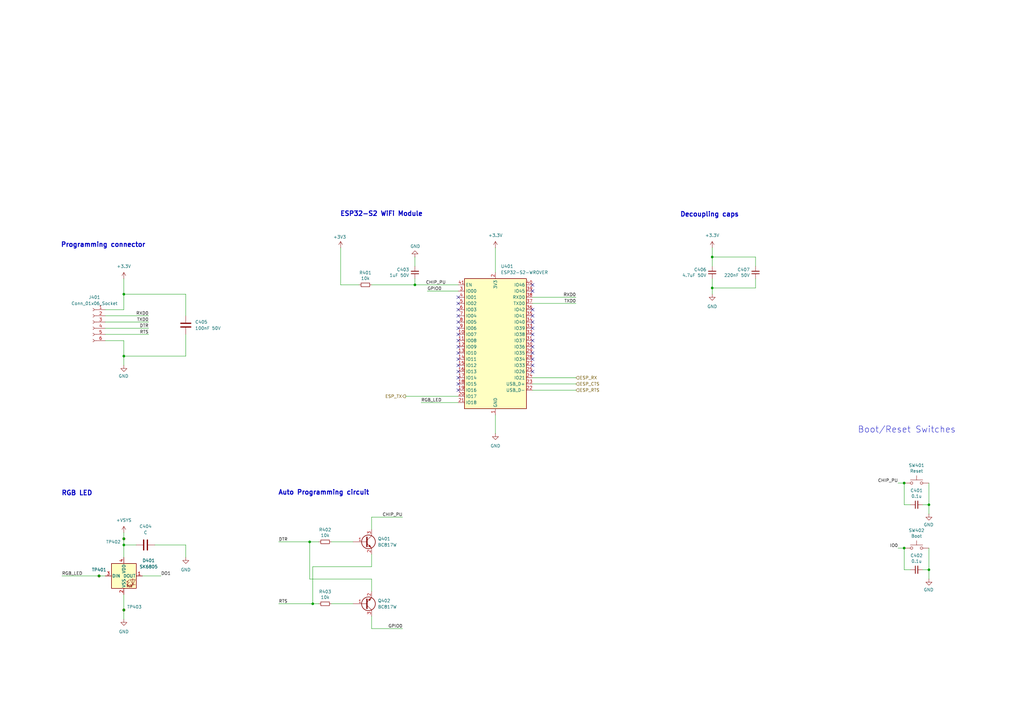
<source format=kicad_sch>
(kicad_sch (version 20231120) (generator "eeschema") (generator_version "8.0")
  (paper "A3")
  (lib_symbols
    (symbol "Connector:Conn_01x06_Socket" (pin_names (offset 1.016) hide)
      (property "Reference" "J" (at 0 7.62 0))
      (property "Value" "Conn_01x06_Socket" (at 0 -10.16 0))
      (symbol "Conn_01x06_Socket_1_1"
        (arc (start 0 -7.112) (mid -0.5058 -7.62) (end 0 -8.128) (stroke (width 0.1524)))
        (arc (start 0 -4.572) (mid -0.5058 -5.08) (end 0 -5.588) (stroke (width 0.1524)))
        (arc (start 0 -2.032) (mid -0.5058 -2.54) (end 0 -3.048) (stroke (width 0.1524)))
        (polyline (pts (xy -1.27 -7.62) (xy -0.508 -7.62)) (stroke (width 0.1524)))
        (polyline (pts (xy -1.27 -5.08) (xy -0.508 -5.08)) (stroke (width 0.1524)))
        (polyline (pts (xy -1.27 -2.54) (xy -0.508 -2.54)) (stroke (width 0.1524)))
        (polyline (pts (xy -1.27 0) (xy -0.508 0)) (stroke (width 0.1524)))
        (polyline (pts (xy -1.27 2.54) (xy -0.508 2.54)) (stroke (width 0.1524)))
        (polyline (pts (xy -1.27 5.08) (xy -0.508 5.08)) (stroke (width 0.1524)))
        (arc (start 0 0.508) (mid -0.5058 0) (end 0 -0.508) (stroke (width 0.1524)))
        (arc (start 0 3.048) (mid -0.5058 2.54) (end 0 2.032) (stroke (width 0.1524)))
        (arc (start 0 5.588) (mid -0.5058 5.08) (end 0 4.572) (stroke (width 0.1524)))
        (pin passive line (at -5.08 5.08 0) (length 3.81) (name "Pin_1") (number "1"))
        (pin passive line (at -5.08 2.54 0) (length 3.81) (name "Pin_2") (number "2"))
        (pin passive line (at -5.08 0 0) (length 3.81) (name "Pin_3") (number "3"))
        (pin passive line (at -5.08 -2.54 0) (length 3.81) (name "Pin_4") (number "4"))
        (pin passive line (at -5.08 -5.08 0) (length 3.81) (name "Pin_5") (number "5"))
        (pin passive line (at -5.08 -7.62 0) (length 3.81) (name "Pin_6") (number "6"))
      )
    )
    (symbol "Connector:TestPoint_Small" (pin_numbers hide) (pin_names (offset 0.762) hide)
      (property "Reference" "TP" (at 0 3.81 0))
      (property "Value" "TestPoint_Small" (at 0 2.032 0))
      (symbol "TestPoint_Small_0_1"
        (circle (center 0 0) (radius 0.508))
      )
      (symbol "TestPoint_Small_1_1"
        (pin passive line (at 0 0 90) (length 0) (name "1") (number "1"))
      )
    )
    (symbol "Device:C" (pin_numbers hide) (pin_names (offset 0.254))
      (property "Reference" "C" (at 0.635 2.54 0))
      (property "Value" "C" (at 0.635 -2.54 0))
      (symbol "C_0_1"
        (polyline (pts (xy -2.032 -0.762) (xy 2.032 -0.762)) (stroke (width 0.508)))
        (polyline (pts (xy -2.032 0.762) (xy 2.032 0.762)) (stroke (width 0.508)))
      )
      (symbol "C_1_1"
        (pin passive line (at 0 3.81 270) (length 2.794) (name "~") (number "1"))
        (pin passive line (at 0 -3.81 90) (length 2.794) (name "~") (number "2"))
      )
    )
    (symbol "Device:C_Small" (pin_numbers hide) (pin_names (offset 0.254) hide)
      (property "Reference" "C" (at 0.254 1.778 0))
      (property "Value" "C_Small" (at 0.254 -2.032 0))
      (symbol "C_Small_0_1"
        (polyline (pts (xy -1.524 -0.508) (xy 1.524 -0.508)) (stroke (width 0.3302)))
        (polyline (pts (xy -1.524 0.508) (xy 1.524 0.508)) (stroke (width 0.3048)))
      )
      (symbol "C_Small_1_1"
        (pin passive line (at 0 2.54 270) (length 2.032) (name "~") (number "1"))
        (pin passive line (at 0 -2.54 90) (length 2.032) (name "~") (number "2"))
      )
    )
    (symbol "Device:R_Small" (pin_numbers hide) (pin_names (offset 0.254) hide)
      (property "Reference" "R" (at 0.762 0.508 0))
      (property "Value" "R_Small" (at 0.762 -1.016 0))
      (symbol "R_Small_0_1"
        (rectangle (start -0.762 1.778) (end 0.762 -1.778) (stroke (width 0.2032)))
      )
      (symbol "R_Small_1_1"
        (pin passive line (at 0 2.54 270) (length 0.762) (name "~") (number "1"))
        (pin passive line (at 0 -2.54 90) (length 0.762) (name "~") (number "2"))
      )
    )
    (symbol "LED:SK6805" (pin_names (offset 0.254))
      (property "Reference" "D" (at 5.08 5.715 0))
      (property "Value" "SK6805" (at 1.27 -5.715 0))
      (symbol "SK6805_0_0"
        (text "RGB" (at 2.286 -4.191 0) (effects (font (size 0.762 0.762))))
      )
      (symbol "SK6805_0_1"
        (polyline (pts (xy 1.27 -3.556) (xy 1.778 -3.556)))
        (polyline (pts (xy 1.27 -2.54) (xy 1.778 -2.54)))
        (polyline (pts (xy 4.699 -3.556) (xy 2.667 -3.556)))
        (polyline (pts (xy 2.286 -2.54) (xy 1.27 -3.556) (xy 1.27 -3.048)))
        (polyline (pts (xy 2.286 -1.524) (xy 1.27 -2.54) (xy 1.27 -2.032)))
        (polyline (pts (xy 3.683 -1.016) (xy 3.683 -3.556) (xy 3.683 -4.064)))
        (polyline (pts (xy 4.699 -1.524) (xy 2.667 -1.524) (xy 3.683 -3.556) (xy 4.699 -1.524)))
        (rectangle (start 5.08 5.08) (end -5.08 -5.08) (stroke (width 0.254)) (fill (type background)))
      )
      (symbol "SK6805_1_1"
        (pin output line (at 7.62 0 180) (length 2.54) (name "DOUT") (number "1"))
        (pin power_in line (at 0 -7.62 90) (length 2.54) (name "VSS") (number "2"))
        (pin input line (at -7.62 0 0) (length 2.54) (name "DIN") (number "3"))
        (pin power_in line (at 0 7.62 270) (length 2.54) (name "VDD") (number "4"))
      )
    )
    (symbol "RF_Module:ESP32-S2-WROVER"
      (property "Reference" "U" (at -12.7 29.21 0))
      (property "Value" "ESP32-S2-WROVER" (at 2.54 29.21 0))
      (symbol "ESP32-S2-WROVER_0_1"
        (rectangle (start -12.7 27.94) (end 12.7 -25.4) (stroke (width 0.254)) (fill (type background)))
      )
      (symbol "ESP32-S2-WROVER_1_1"
        (pin power_in line (at 0 -27.94 90) (length 2.54) (name "GND") (number "1"))
        (pin bidirectional line (at -15.24 5.08 0) (length 2.54) (name "IO07") (number "10"))
        (pin bidirectional line (at -15.24 2.54 0) (length 2.54) (name "IO08") (number "11"))
        (pin bidirectional line (at -15.24 0 0) (length 2.54) (name "IO09") (number "12"))
        (pin bidirectional line (at -15.24 -2.54 0) (length 2.54) (name "IO10") (number "13"))
        (pin bidirectional line (at -15.24 -5.08 0) (length 2.54) (name "IO11") (number "14"))
        (pin bidirectional line (at -15.24 -7.62 0) (length 2.54) (name "IO12") (number "15"))
        (pin bidirectional line (at -15.24 -10.16 0) (length 2.54) (name "IO13") (number "16"))
        (pin bidirectional line (at -15.24 -12.7 0) (length 2.54) (name "IO14") (number "17"))
        (pin bidirectional line (at -15.24 -15.24 0) (length 2.54) (name "IO15") (number "18"))
        (pin bidirectional line (at -15.24 -17.78 0) (length 2.54) (name "IO16") (number "19"))
        (pin power_in line (at 0 30.48 270) (length 2.54) (name "3V3") (number "2"))
        (pin bidirectional line (at -15.24 -20.32 0) (length 2.54) (name "IO17") (number "20"))
        (pin bidirectional line (at -15.24 -22.86 0) (length 2.54) (name "IO18") (number "21"))
        (pin bidirectional line (at 15.24 -17.78 180) (length 2.54) (name "USB_D-") (number "22"))
        (pin bidirectional line (at 15.24 -15.24 180) (length 2.54) (name "USB_D+") (number "23"))
        (pin bidirectional line (at 15.24 -12.7 180) (length 2.54) (name "IO21") (number "24"))
        (pin bidirectional line (at 15.24 -10.16 180) (length 2.54) (name "IO26") (number "25"))
        (pin passive line (at 0 -27.94 90) (length 2.54) hide (name "GND") (number "26"))
        (pin bidirectional line (at 15.24 -7.62 180) (length 2.54) (name "IO33") (number "27"))
        (pin bidirectional line (at 15.24 -5.08 180) (length 2.54) (name "IO34") (number "28"))
        (pin bidirectional line (at 15.24 -2.54 180) (length 2.54) (name "IO35") (number "29"))
        (pin bidirectional line (at -15.24 22.86 0) (length 2.54) (name "IO00") (number "3"))
        (pin bidirectional line (at 15.24 0 180) (length 2.54) (name "IO36") (number "30"))
        (pin bidirectional line (at 15.24 2.54 180) (length 2.54) (name "IO37") (number "31"))
        (pin bidirectional line (at 15.24 5.08 180) (length 2.54) (name "IO38") (number "32"))
        (pin bidirectional line (at 15.24 7.62 180) (length 2.54) (name "IO39") (number "33"))
        (pin bidirectional line (at 15.24 10.16 180) (length 2.54) (name "IO40") (number "34"))
        (pin bidirectional line (at 15.24 12.7 180) (length 2.54) (name "IO41") (number "35"))
        (pin bidirectional line (at 15.24 15.24 180) (length 2.54) (name "IO42") (number "36"))
        (pin bidirectional line (at 15.24 17.78 180) (length 2.54) (name "TXD0") (number "37"))
        (pin bidirectional line (at 15.24 20.32 180) (length 2.54) (name "RXD0") (number "38"))
        (pin bidirectional line (at 15.24 22.86 180) (length 2.54) (name "IO45") (number "39"))
        (pin bidirectional line (at -15.24 20.32 0) (length 2.54) (name "IO01") (number "4"))
        (pin input line (at 15.24 25.4 180) (length 2.54) (name "IO46") (number "40"))
        (pin input line (at -15.24 25.4 0) (length 2.54) (name "EN") (number "41"))
        (pin passive line (at 0 -27.94 90) (length 2.54) hide (name "GND") (number "42"))
        (pin passive line (at 0 -27.94 90) (length 2.54) hide (name "GND") (number "43"))
        (pin bidirectional line (at -15.24 17.78 0) (length 2.54) (name "IO02") (number "5"))
        (pin bidirectional line (at -15.24 15.24 0) (length 2.54) (name "IO03") (number "6"))
        (pin bidirectional line (at -15.24 12.7 0) (length 2.54) (name "IO04") (number "7"))
        (pin bidirectional line (at -15.24 10.16 0) (length 2.54) (name "IO05") (number "8"))
        (pin bidirectional line (at -15.24 7.62 0) (length 2.54) (name "IO06") (number "9"))
      )
    )
    (symbol "Switch:SW_Push" (pin_numbers hide) (pin_names (offset 1.016) hide)
      (property "Reference" "SW" (at 1.27 2.54 0))
      (property "Value" "SW_Push" (at 0 -1.524 0))
      (symbol "SW_Push_0_1"
        (circle (center -2.032 0) (radius 0.508))
        (polyline (pts (xy 0 1.27) (xy 0 3.048)))
        (polyline (pts (xy 2.54 1.27) (xy -2.54 1.27)))
        (circle (center 2.032 0) (radius 0.508))
        (pin passive line (at -5.08 0 0) (length 2.54) (name "1") (number "1"))
        (pin passive line (at 5.08 0 180) (length 2.54) (name "2") (number "2"))
      )
    )
    (symbol "Transistor_BJT:BC817W" (pin_names (offset 0) hide)
      (property "Reference" "Q" (at 5.08 1.905 0))
      (property "Value" "BC817W" (at 5.08 0 0))
      (symbol "BC817W_0_1"
        (polyline (pts (xy 0.635 0.635) (xy 2.54 2.54)))
        (polyline (pts (xy 0.635 -0.635) (xy 2.54 -2.54) (xy 2.54 -2.54)))
        (polyline (pts (xy 0.635 1.905) (xy 0.635 -1.905) (xy 0.635 -1.905)) (stroke (width 0.508)))
        (polyline (pts (xy 1.27 -1.778) (xy 1.778 -1.27) (xy 2.286 -2.286) (xy 1.27 -1.778) (xy 1.27 -1.778)) (fill (type outline)))
        (circle (center 1.27 0) (radius 2.8194) (stroke (width 0.254)))
      )
      (symbol "BC817W_1_1"
        (pin input line (at -5.08 0 0) (length 5.715) (name "B") (number "1"))
        (pin passive line (at 2.54 -5.08 90) (length 2.54) (name "E") (number "2"))
        (pin passive line (at 2.54 5.08 270) (length 2.54) (name "C") (number "3"))
      )
    )
    (symbol "power:+3.3V" (power) (pin_numbers hide) (pin_names (offset 0) hide)
      (property "Value" "+3.3V" (at 0 3.556 0))
      (symbol "+3.3V_0_1"
        (polyline (pts (xy -0.762 1.27) (xy 0 2.54)))
        (polyline (pts (xy 0 0) (xy 0 2.54)))
        (polyline (pts (xy 0 2.54) (xy 0.762 1.27)))
      )
      (symbol "+3.3V_1_1"
        (pin power_in line (at 0 0 90) (length 0) (name "~") (number "1"))
      )
    )
    (symbol "power:+3V3" (power) (pin_numbers hide) (pin_names (offset 0) hide)
      (property "Value" "+3V3" (at 0 3.556 0))
      (symbol "+3V3_0_1"
        (polyline (pts (xy -0.762 1.27) (xy 0 2.54)))
        (polyline (pts (xy 0 0) (xy 0 2.54)))
        (polyline (pts (xy 0 2.54) (xy 0.762 1.27)))
      )
      (symbol "+3V3_1_1"
        (pin power_in line (at 0 0 90) (length 0) (name "~") (number "1"))
      )
    )
    (symbol "power:+5V" (power) (pin_numbers hide) (pin_names (offset 0) hide)
      (property "Value" "+5V" (at 0 3.556 0))
      (symbol "+5V_0_1"
        (polyline (pts (xy -0.762 1.27) (xy 0 2.54)))
        (polyline (pts (xy 0 0) (xy 0 2.54)))
        (polyline (pts (xy 0 2.54) (xy 0.762 1.27)))
      )
      (symbol "+5V_1_1"
        (pin power_in line (at 0 0 90) (length 0) (name "~") (number "1"))
      )
    )
    (symbol "power:GND" (power) (pin_numbers hide) (pin_names (offset 0) hide)
      (property "Value" "GND" (at 0 -3.81 0))
      (symbol "GND_0_1"
        (polyline (pts (xy 0 0) (xy 0 -1.27) (xy 1.27 -1.27) (xy 0 -2.54) (xy -1.27 -1.27) (xy 0 -1.27)))
      )
      (symbol "GND_1_1"
        (pin power_in line (at 0 0 270) (length 0) (name "~") (number "1"))
      )
    )
  )
  (junction (at 292.1 105.41))
  (junction (at 370.84 198.12))
  (junction (at 50.8 120.65))
  (junction (at 381 233.68))
  (junction (at 128.27 247.65))
  (junction (at 50.8 146.05))
  (junction (at 292.1 118.11))
  (junction (at 50.8 223.52))
  (junction (at 50.8 220.98))
  (junction (at 40.64 236.22))
  (junction (at 370.84 224.79))
  (junction (at 50.8 250.19))
  (junction (at 127 222.25))
  (junction (at 170.18 116.84))
  (junction (at 381 207.01))
  (no_connect (at 187.96 160.02))
  (no_connect (at 187.96 144.78))
  (no_connect (at 218.44 119.38))
  (no_connect (at 218.44 139.7))
  (no_connect (at 187.96 149.86))
  (no_connect (at 187.96 139.7))
  (no_connect (at 218.44 127))
  (no_connect (at 187.96 134.62))
  (no_connect (at 218.44 149.86))
  (no_connect (at 218.44 129.54))
  (no_connect (at 187.96 137.16))
  (no_connect (at 218.44 144.78))
  (no_connect (at 187.96 129.54))
  (no_connect (at 187.96 154.94))
  (no_connect (at 218.44 152.4))
  (no_connect (at 218.44 134.62))
  (no_connect (at 218.44 137.16))
  (no_connect (at 218.44 132.08))
  (no_connect (at 218.44 142.24))
  (no_connect (at 187.96 147.32))
  (no_connect (at 187.96 127))
  (no_connect (at 187.96 121.92))
  (no_connect (at 187.96 124.46))
  (no_connect (at 218.44 116.84))
  (no_connect (at 187.96 142.24))
  (no_connect (at 187.96 132.08))
  (no_connect (at 218.44 147.32))
  (no_connect (at 187.96 152.4))
  (no_connect (at 187.96 157.48))
  (wire (pts (xy 381 237.49) (xy 381 233.68)))
  (wire (pts (xy 127 237.49) (xy 152.4 237.49)))
  (wire (pts (xy 203.2 101.6) (xy 203.2 111.76)))
  (wire (pts (xy 50.8 223.52) (xy 55.88 223.52)))
  (wire (pts (xy 50.8 146.05) (xy 50.8 149.86)))
  (wire (pts (xy 292.1 101.6) (xy 292.1 105.41)))
  (wire (pts (xy 128.27 247.65) (xy 130.81 247.65)))
  (wire (pts (xy 152.4 257.81) (xy 165.1 257.81)))
  (wire (pts (xy 43.18 134.62) (xy 60.96 134.62)))
  (wire (pts (xy 139.7 116.84) (xy 147.32 116.84)))
  (wire (pts (xy 236.22 154.94) (xy 218.44 154.94)))
  (wire (pts (xy 50.8 114.3) (xy 50.8 120.65)))
  (wire (pts (xy 58.42 236.22) (xy 66.04 236.22)))
  (wire (pts (xy 50.8 146.05) (xy 76.2 146.05)))
  (wire (pts (xy 50.8 139.7) (xy 50.8 146.05)))
  (wire (pts (xy 50.8 220.98) (xy 50.8 223.52)))
  (wire (pts (xy 292.1 114.3) (xy 292.1 118.11)))
  (wire (pts (xy 370.84 233.68) (xy 373.38 233.68)))
  (wire (pts (xy 378.46 207.01) (xy 381 207.01)))
  (wire (pts (xy 170.18 116.84) (xy 187.96 116.84)))
  (wire (pts (xy 370.84 207.01) (xy 373.38 207.01)))
  (wire (pts (xy 135.89 222.25) (xy 144.78 222.25)))
  (wire (pts (xy 128.27 232.41) (xy 152.4 232.41)))
  (wire (pts (xy 292.1 105.41) (xy 292.1 109.22)))
  (wire (pts (xy 292.1 118.11) (xy 292.1 120.65)))
  (wire (pts (xy 76.2 120.65) (xy 76.2 129.54)))
  (wire (pts (xy 135.89 247.65) (xy 144.78 247.65)))
  (wire (pts (xy 370.84 198.12) (xy 368.3 198.12)))
  (wire (pts (xy 381 233.68) (xy 378.46 233.68)))
  (wire (pts (xy 203.2 177.8) (xy 203.2 170.18)))
  (wire (pts (xy 43.18 129.54) (xy 60.96 129.54)))
  (wire (pts (xy 43.18 137.16) (xy 60.96 137.16)))
  (wire (pts (xy 152.4 252.73) (xy 152.4 257.81)))
  (wire (pts (xy 76.2 137.16) (xy 76.2 146.05)))
  (wire (pts (xy 170.18 105.41) (xy 170.18 109.22)))
  (wire (pts (xy 218.44 121.92) (xy 236.22 121.92)))
  (wire (pts (xy 166.37 162.56) (xy 187.96 162.56)))
  (wire (pts (xy 50.8 120.65) (xy 76.2 120.65)))
  (wire (pts (xy 309.88 114.3) (xy 309.88 118.11)))
  (wire (pts (xy 370.84 224.79) (xy 370.84 233.68)))
  (wire (pts (xy 50.8 223.52) (xy 50.8 228.6)))
  (wire (pts (xy 172.72 165.1) (xy 187.96 165.1)))
  (wire (pts (xy 152.4 212.09) (xy 165.1 212.09)))
  (wire (pts (xy 50.8 243.84) (xy 50.8 250.19)))
  (wire (pts (xy 370.84 224.79) (xy 368.3 224.79)))
  (wire (pts (xy 381 207.01) (xy 381 210.82)))
  (wire (pts (xy 218.44 124.46) (xy 236.22 124.46)))
  (wire (pts (xy 309.88 109.22) (xy 309.88 105.41)))
  (wire (pts (xy 170.18 116.84) (xy 170.18 114.3)))
  (wire (pts (xy 25.4 236.22) (xy 40.64 236.22)))
  (wire (pts (xy 128.27 232.41) (xy 128.27 247.65)))
  (wire (pts (xy 127 222.25) (xy 130.81 222.25)))
  (wire (pts (xy 236.22 160.02) (xy 218.44 160.02)))
  (wire (pts (xy 50.8 250.19) (xy 50.8 254)))
  (wire (pts (xy 43.18 132.08) (xy 60.96 132.08)))
  (wire (pts (xy 43.18 127) (xy 50.8 127)))
  (wire (pts (xy 381 224.79) (xy 381 233.68)))
  (wire (pts (xy 292.1 118.11) (xy 309.88 118.11)))
  (wire (pts (xy 152.4 116.84) (xy 170.18 116.84)))
  (wire (pts (xy 152.4 237.49) (xy 152.4 242.57)))
  (wire (pts (xy 175.26 119.38) (xy 187.96 119.38)))
  (wire (pts (xy 381 207.01) (xy 381 198.12)))
  (wire (pts (xy 50.8 218.44) (xy 50.8 220.98)))
  (wire (pts (xy 76.2 228.6) (xy 76.2 223.52)))
  (wire (pts (xy 43.18 139.7) (xy 50.8 139.7)))
  (wire (pts (xy 370.84 198.12) (xy 370.84 207.01)))
  (wire (pts (xy 309.88 105.41) (xy 292.1 105.41)))
  (wire (pts (xy 152.4 212.09) (xy 152.4 217.17)))
  (wire (pts (xy 114.3 247.65) (xy 128.27 247.65)))
  (wire (pts (xy 114.3 222.25) (xy 127 222.25)))
  (wire (pts (xy 236.22 157.48) (xy 218.44 157.48)))
  (wire (pts (xy 50.8 120.65) (xy 50.8 127)))
  (wire (pts (xy 139.7 101.6) (xy 139.7 116.84)))
  (wire (pts (xy 152.4 227.33) (xy 152.4 232.41)))
  (wire (pts (xy 40.64 236.22) (xy 43.18 236.22)))
  (wire (pts (xy 76.2 223.52) (xy 63.5 223.52)))
  (wire (pts (xy 127 222.25) (xy 127 237.49)))
  (text "ESP32-S2 WiFi Module\n" (at 139.446 88.9 0) (effects (font (size 1.905 1.905) (thickness 0.381) (bold yes)) (justify left bottom)))
  (text "Programming connector" (at 24.892 101.6 0) (effects (font (size 1.905 1.905) (thickness 0.381) (bold yes)) (justify left bottom)))
  (text "Boot/Reset Switches" (at 351.79 177.8 0) (effects (font (size 2.54 2.54)) (justify left bottom)))
  (text "RGB LED" (at 25.146 203.454 0) (effects (font (size 1.905 1.905) (thickness 0.381) (bold yes)) (justify left bottom)))
  (text "Auto Programming circuit" (at 114.046 203.2 0) (effects (font (size 1.905 1.905) (thickness 0.381) (bold yes)) (justify left bottom)))
  (text "Decoupling caps" (at 278.892 89.154 0) (effects (font (size 1.905 1.905) (thickness 0.381) (bold yes)) (justify left bottom)))
  (label "CHIP_PU" (at 182.88 116.84 180))
  (label "DTR" (at 114.3 222.25 0))
  (label "RGB_LED" (at 172.72 165.1 0))
  (label "GPIO0" (at 175.26 119.38 0))
  (label "RTS" (at 114.3 247.65 0))
  (label "RXD0" (at 60.96 129.54 180))
  (label "DO1" (at 66.04 236.22 0))
  (label "CHIP_PU" (at 368.3 198.12 180))
  (label "RTS" (at 60.96 137.16 180))
  (label "TXD0" (at 236.22 124.46 180))
  (label "TXD0" (at 60.96 132.08 180))
  (label "CHIP_PU" (at 165.1 212.09 180))
  (label "IO0" (at 368.3 224.79 180))
  (label "DTR" (at 60.96 134.62 180))
  (label "RXD0" (at 236.22 121.92 180))
  (label "RGB_LED" (at 25.4 236.22 0))
  (label "GPIO0" (at 165.1 257.81 180))
  (hierarchical_label "ESP_CTS" (shape input) (at 236.22 157.48 0))
  (hierarchical_label "ESP_TX" (shape output) (at 166.37 162.56 180))
  (hierarchical_label "ESP_RX" (shape input) (at 236.22 154.94 0))
  (hierarchical_label "ESP_RTS" (shape input) (at 236.22 160.02 0))
  (symbol (lib_id "Device:R_Small") (at 133.35 247.65 90) (mirror x) (unit 1)
    (property "Reference" "R403" (at 133.35 242.6716 90))
    (property "Value" "10k" (at 133.35 244.983 90))
    (property "Footprint" "Resistor_SMD:R_0603_1608Metric" (effects (hide yes)))
    (property "LCSC" "C99198" (effects (hide yes)))
  )
  (symbol (lib_id "power:GND") (at 170.18 105.41 0) (mirror x) (unit 1)
    (property "Reference" "#PWR0405" (effects (hide yes)))
    (property "Value" "GND" (at 170.307 101.0158 0))
  )
  (symbol (lib_id "power:GND") (at 76.2 228.6 0) (unit 1)
    (property "Reference" "#PWR0409" (effects (hide yes)))
    (property "Value" "GND" (at 76.2 233.68 0))
    (property "Description" "Power symbol creates a global label with name \"GND\" , ground" (effects (hide yes)))
  )
  (symbol (lib_id "Device:C_Small") (at 309.88 111.76 0) (mirror x) (unit 1)
    (property "Reference" "C407" (at 307.5432 110.5916 0) (effects (justify right)))
    (property "Value" "220nF 50V" (at 307.5432 112.903 0) (effects (justify right)))
    (property "Footprint" "Capacitor_SMD:C_0603_1608Metric" (effects (hide yes)))
    (property "LCSC" "C14663" (effects (hide yes)))
  )
  (symbol (lib_id "Connector:TestPoint_Small") (at 40.64 236.22 90) (unit 1)
    (property "Reference" "TP401" (at 40.64 233.68 90))
    (property "Value" "TestPoint_Small" (effects (hide yes)))
    (property "Footprint" "TestPoint:TestPoint_Loop_D1.80mm_Drill1.0mm_Beaded" (effects (hide yes)))
    (property "Description" "test point" (effects (hide yes)))
  )
  (symbol (lib_id "Device:C_Small") (at 375.92 233.68 90) (mirror x) (unit 1)
    (property "Reference" "C402" (at 375.92 227.8634 90))
    (property "Value" "0.1u" (at 375.92 230.1748 90))
    (property "Footprint" "Capacitor_SMD:C_0603_1608Metric" (effects (hide yes)))
    (property "LCSC" "C14663" (effects (hide yes)))
  )
  (symbol (lib_id "power:GND") (at 203.2 177.8 0) (unit 1)
    (property "Reference" "#PWR0401" (effects (hide yes)))
    (property "Value" "GND" (at 203.2 182.88 0))
    (property "Description" "Power symbol creates a global label with name \"GND\" , ground" (effects (hide yes)))
  )
  (symbol (lib_id "Device:R_Small") (at 133.35 222.25 90) (mirror x) (unit 1)
    (property "Reference" "R402" (at 133.35 217.2716 90))
    (property "Value" "10k" (at 133.35 219.583 90))
    (property "Footprint" "Resistor_SMD:R_0603_1608Metric" (effects (hide yes)))
    (property "LCSC" "C99198" (effects (hide yes)))
  )
  (symbol (lib_id "Device:R_Small") (at 149.86 116.84 90) (mirror x) (unit 1)
    (property "Reference" "R401" (at 149.86 111.8616 90))
    (property "Value" "10k" (at 149.86 114.173 90))
    (property "Footprint" "Resistor_SMD:R_0603_1608Metric" (effects (hide yes)))
    (property "LCSC" "C99198" (effects (hide yes)))
  )
  (symbol (lib_id "power:+5V") (at 50.8 218.44 0) (unit 1)
    (property "Reference" "#PWR0407" (effects (hide yes)))
    (property "Value" "+VSYS" (at 50.8 213.36 0))
    (property "Description" "Power symbol creates a global label with name \"+5V\"" (effects (hide yes)))
  )
  (symbol (lib_id "Switch:SW_Push") (at 375.92 198.12 0) (mirror y) (unit 1)
    (property "Reference" "SW401" (at 375.92 190.881 0))
    (property "Value" "Reset" (at 375.92 193.1924 0))
    (property "Footprint" "ESP32-S2-Breakout:Alps_SKRK" (effects (hide yes)))
    (property "LCSC" "C115357" (effects (hide yes)))
  )
  (symbol (lib_id "Switch:SW_Push") (at 375.92 224.79 0) (mirror y) (unit 1)
    (property "Reference" "SW402" (at 375.92 217.551 0))
    (property "Value" "Boot" (at 375.92 219.8624 0))
    (property "Footprint" "ESP32-S2-Breakout:Alps_SKRK" (effects (hide yes)))
    (property "LCSC" "C115357" (effects (hide yes)))
  )
  (symbol (lib_id "power:GND") (at 292.1 120.65 0) (unit 1)
    (property "Reference" "#PWR0413" (effects (hide yes)))
    (property "Value" "GND" (at 292.1 125.73 0))
    (property "Description" "Power symbol creates a global label with name \"GND\" , ground" (effects (hide yes)))
  )
  (symbol (lib_id "power:+3.3V") (at 292.1 101.6 0) (unit 1)
    (property "Reference" "#PWR0412" (effects (hide yes)))
    (property "Value" "+3.3V" (at 292.1 96.52 0))
    (property "Description" "Power symbol creates a global label with name \"+3.3V\"" (effects (hide yes)))
  )
  (symbol (lib_id "power:GND") (at 50.8 254 0) (unit 1)
    (property "Reference" "#PWR0408" (effects (hide yes)))
    (property "Value" "GND" (at 50.8 259.08 0))
    (property "Description" "Power symbol creates a global label with name \"GND\" , ground" (effects (hide yes)))
  )
  (symbol (lib_id "power:GND") (at 381 210.82 0) (mirror y) (unit 1)
    (property "Reference" "#PWR0403" (effects (hide yes)))
    (property "Value" "GND" (at 380.873 215.2142 0))
  )
  (symbol (lib_id "Device:C_Small") (at 292.1 111.76 0) (mirror x) (unit 1)
    (property "Reference" "C406" (at 289.7632 110.5916 0) (effects (justify right)))
    (property "Value" "4.7uF 50V" (at 289.7632 112.903 0) (effects (justify right)))
    (property "Footprint" "Capacitor_SMD:C_0603_1608Metric" (effects (hide yes)))
    (property "LCSC" "C14663" (effects (hide yes)))
  )
  (symbol (lib_id "power:+3.3V") (at 203.2 101.6 0) (unit 1)
    (property "Reference" "#PWR0402" (effects (hide yes)))
    (property "Value" "+3.3V" (at 203.2 96.52 0))
    (property "Description" "Power symbol creates a global label with name \"+3.3V\"" (effects (hide yes)))
  )
  (symbol (lib_id "power:GND") (at 381 237.49 0) (mirror y) (unit 1)
    (property "Reference" "#PWR0404" (effects (hide yes)))
    (property "Value" "GND" (at 380.873 241.8842 0))
  )
  (symbol (lib_id "power:+3.3V") (at 50.8 114.3 0) (unit 1)
    (property "Reference" "#PWR0410" (effects (hide yes)))
    (property "Value" "+3.3V" (at 50.8 109.22 0))
    (property "Description" "Power symbol creates a global label with name \"+3.3V\"" (effects (hide yes)))
  )
  (symbol (lib_id "power:+3V3") (at 139.7 101.6 0) (mirror y) (unit 1)
    (property "Reference" "#PWR0406" (effects (hide yes)))
    (property "Value" "+3V3" (at 139.319 97.2058 0))
  )
  (symbol (lib_id "Device:C") (at 59.69 223.52 90) (unit 1)
    (property "Reference" "C404" (at 59.69 215.9 90))
    (property "Value" "C" (at 59.69 218.44 90))
    (property "Footprint" "Capacitor_SMD:C_0402_1005Metric_Pad0.74x0.62mm_HandSolder" (effects (hide yes)))
    (property "Description" "Unpolarized capacitor" (effects (hide yes)))
  )
  (symbol (lib_id "Device:C") (at 76.2 133.35 180) (unit 1)
    (property "Reference" "C405" (at 80.01 132.0799 0) (effects (justify right)))
    (property "Value" "100nF 50V" (at 80.01 134.6199 0) (effects (justify right)))
    (property "Footprint" "Capacitor_SMD:C_0402_1005Metric_Pad0.74x0.62mm_HandSolder" (effects (hide yes)))
    (property "Description" "Unpolarized capacitor" (effects (hide yes)))
  )
  (symbol (lib_id "Connector:TestPoint_Small") (at 50.8 220.98 180) (unit 1)
    (property "Reference" "TP402" (at 49.53 222.2501 0) (effects (justify left)))
    (property "Value" "TestPoint_Small" (effects (hide yes)))
    (property "Footprint" "TestPoint:TestPoint_Loop_D1.80mm_Drill1.0mm_Beaded" (effects (hide yes)))
    (property "Description" "test point" (effects (hide yes)))
  )
  (symbol (lib_id "RF_Module:ESP32-S2-WROVER") (at 203.2 142.24 0) (unit 1)
    (property "Reference" "U401" (at 205.3941 109.22 0) (effects (justify left)))
    (property "Value" "ESP32-S2-WROVER" (at 205.3941 111.76 0) (effects (justify left)))
    (property "Footprint" "RF_Module:ESP32-S2-WROVER" (effects (hide yes)))
    (property "Datasheet" "https://www.espressif.com/sites/default/files/documentation/esp32-s2-wroom_esp32-s2-wroom-i_datasheet_en.pdf" (effects (hide yes)))
    (property "Description" "RF Module, ESP32-D0WDQ6 SoC, Wi-Fi 802.11b/g/n, 32-bit, 2.7-3.6V, onboard antenna, SMD" (effects (hide yes)))
  )
  (symbol (lib_id "Connector:TestPoint_Small") (at 50.8 250.19 0) (unit 1)
    (property "Reference" "TP403" (at 52.07 248.9199 0) (effects (justify left)))
    (property "Value" "TestPoint_Small" (effects (hide yes)))
    (property "Footprint" "TestPoint:TestPoint_Loop_D1.80mm_Drill1.0mm_Beaded" (effects (hide yes)))
    (property "Description" "test point" (effects (hide yes)))
  )
  (symbol (lib_id "Connector:Conn_01x06_Socket") (at 38.1 132.08 0) (mirror y) (unit 1)
    (property "Reference" "J401" (at 38.735 121.92 0))
    (property "Value" "Conn_01x06_Socket" (at 38.735 124.46 0))
    (property "Description" "Generic connector, single row, 01x06, script generated" (effects (hide yes)))
  )
  (symbol (lib_id "Transistor_BJT:BC817W") (at 149.86 247.65 0) (mirror x) (unit 1)
    (property "Reference" "Q402" (at 154.94 246.3799 0) (effects (justify left)))
    (property "Value" "BC817W" (at 154.94 248.9199 0) (effects (justify left)))
    (property "Footprint" "Package_TO_SOT_SMD:SOT-323_SC-70" (effects (hide yes)))
    (property "Datasheet" "https://www.onsemi.com/pub/Collateral/BC818-D.pdf" (effects (hide yes)))
    (property "Description" "0.8A Ic, 45V Vce, NPN Transistor, SOT-323" (effects (hide yes)))
  )
  (symbol (lib_id "power:GND") (at 50.8 149.86 0) (mirror y) (unit 1)
    (property "Reference" "#PWR0411" (effects (hide yes)))
    (property "Value" "GND" (at 50.673 154.2542 0))
  )
  (symbol (lib_id "Transistor_BJT:BC817W") (at 149.86 222.25 0) (unit 1)
    (property "Reference" "Q401" (at 154.94 220.9799 0) (effects (justify left)))
    (property "Value" "BC817W" (at 154.94 223.5199 0) (effects (justify left)))
    (property "Footprint" "Package_TO_SOT_SMD:SOT-323_SC-70" (effects (hide yes)))
    (property "Datasheet" "https://www.onsemi.com/pub/Collateral/BC818-D.pdf" (effects (hide yes)))
    (property "Description" "0.8A Ic, 45V Vce, NPN Transistor, SOT-323" (effects (hide yes)))
  )
  (symbol (lib_id "Device:C_Small") (at 375.92 207.01 90) (mirror x) (unit 1)
    (property "Reference" "C401" (at 375.92 201.1934 90))
    (property "Value" "0.1u" (at 375.92 203.5048 90))
    (property "Footprint" "Capacitor_SMD:C_0603_1608Metric" (effects (hide yes)))
    (property "LCSC" "C14663" (effects (hide yes)))
  )
  (symbol (lib_id "Device:C_Small") (at 170.18 111.76 0) (mirror x) (unit 1)
    (property "Reference" "C403" (at 167.8432 110.5916 0) (effects (justify right)))
    (property "Value" "1uF 50V" (at 167.8432 112.903 0) (effects (justify right)))
    (property "Footprint" "Capacitor_SMD:C_0603_1608Metric" (effects (hide yes)))
    (property "LCSC" "C14663" (effects (hide yes)))
  )
  (symbol (lib_id "LED:SK6805") (at 50.8 236.22 0) (unit 1)
    (property "Reference" "D401" (at 60.96 229.9014 0))
    (property "Value" "SK6805" (at 60.96 232.4414 0))
    (property "Footprint" "LED_SMD:LED_SK6805_PLCC4_2.4x2.7mm_P1.3mm" (effects (hide yes)))
    (property "Datasheet" "https://cdn-shop.adafruit.com/product-files/3484/3484_Datasheet.pdf" (effects (hide yes)))
    (property "Description" "RGB LED with integrated controller" (effects (hide yes)))
  )
)
</source>
